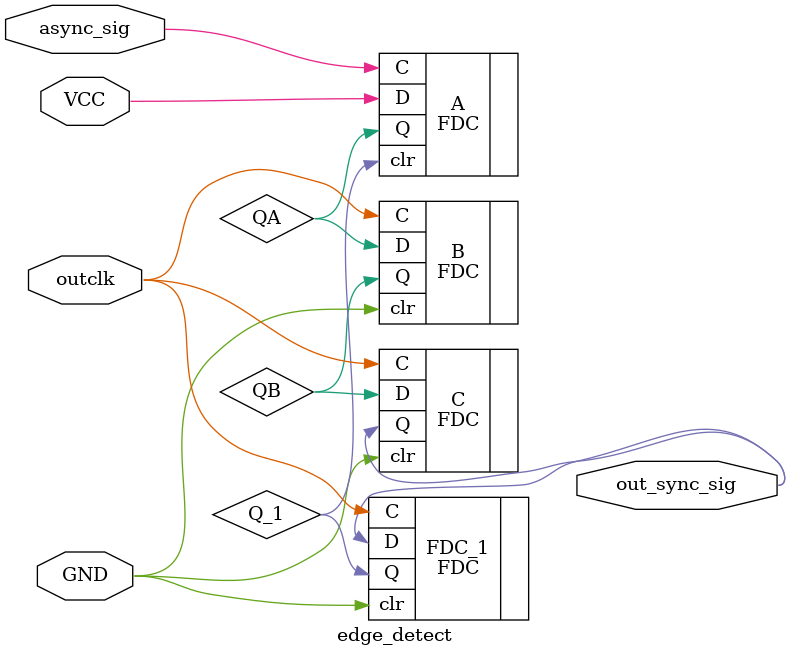
<source format=sv>
module edge_detect( input logic async_sig, // slow clock
		input logic outclk, //fast clock
		output logic out_sync_sig,
		input logic VCC,
		input logic GND);

wire QA,QB,QC;
wire Q_1;

		
FDC A(.D(VCC),.Q(QA),.C(async_sig),.clr(Q_1));
FDC B(.D(QA),.Q(QB),.C(outclk),.clr(GND));
FDC C(.D(QB),.Q(out_sync_sig),.C(outclk),.clr(GND));
FDC FDC_1(.D(out_sync_sig),.Q(Q_1),.C(outclk),.clr(GND));		
		
endmodule
		

////////////////////////////////////////////////////



</source>
